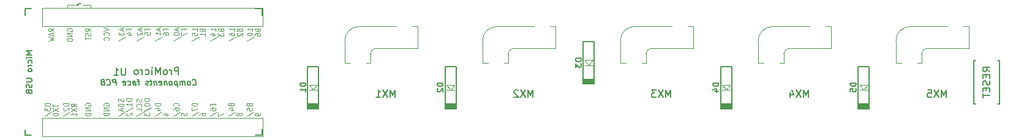
<source format=gbo>
%TF.GenerationSoftware,KiCad,Pcbnew,(5.99.0-12610-g07e01e6297)*%
%TF.CreationDate,2021-11-07T21:10:22+00:00*%
%TF.ProjectId,piccolo,70696363-6f6c-46f2-9e6b-696361645f70,rev?*%
%TF.SameCoordinates,Original*%
%TF.FileFunction,Legend,Bot*%
%TF.FilePolarity,Positive*%
%FSLAX46Y46*%
G04 Gerber Fmt 4.6, Leading zero omitted, Abs format (unit mm)*
G04 Created by KiCad (PCBNEW (5.99.0-12610-g07e01e6297)) date 2021-11-07 21:10:22*
%MOMM*%
%LPD*%
G01*
G04 APERTURE LIST*
%ADD10C,0.150000*%
%ADD11C,0.125000*%
%ADD12C,0.120000*%
G04 APERTURE END LIST*
D10*
%TO.C,D1*%
X85737904Y-50734123D02*
X84937904Y-50734123D01*
X84937904Y-50924600D01*
X84976000Y-51038885D01*
X85052190Y-51115076D01*
X85128380Y-51153171D01*
X85280761Y-51191266D01*
X85395047Y-51191266D01*
X85547428Y-51153171D01*
X85623619Y-51115076D01*
X85699809Y-51038885D01*
X85737904Y-50924600D01*
X85737904Y-50734123D01*
X85737904Y-51953171D02*
X85737904Y-51496028D01*
X85737904Y-51724600D02*
X84937904Y-51724600D01*
X85052190Y-51648409D01*
X85128380Y-51572219D01*
X85166476Y-51496028D01*
%TO.C,D2*%
X104737904Y-50734123D02*
X103937904Y-50734123D01*
X103937904Y-50924600D01*
X103976000Y-51038885D01*
X104052190Y-51115076D01*
X104128380Y-51153171D01*
X104280761Y-51191266D01*
X104395047Y-51191266D01*
X104547428Y-51153171D01*
X104623619Y-51115076D01*
X104699809Y-51038885D01*
X104737904Y-50924600D01*
X104737904Y-50734123D01*
X104014095Y-51496028D02*
X103976000Y-51534123D01*
X103937904Y-51610314D01*
X103937904Y-51800790D01*
X103976000Y-51876980D01*
X104014095Y-51915076D01*
X104090285Y-51953171D01*
X104166476Y-51953171D01*
X104280761Y-51915076D01*
X104737904Y-51457933D01*
X104737904Y-51953171D01*
%TO.C,D3*%
X123837904Y-47295123D02*
X123037904Y-47295123D01*
X123037904Y-47485600D01*
X123076000Y-47599885D01*
X123152190Y-47676076D01*
X123228380Y-47714171D01*
X123380761Y-47752266D01*
X123495047Y-47752266D01*
X123647428Y-47714171D01*
X123723619Y-47676076D01*
X123799809Y-47599885D01*
X123837904Y-47485600D01*
X123837904Y-47295123D01*
X123037904Y-48018933D02*
X123037904Y-48514171D01*
X123342666Y-48247504D01*
X123342666Y-48361790D01*
X123380761Y-48437980D01*
X123418857Y-48476076D01*
X123495047Y-48514171D01*
X123685523Y-48514171D01*
X123761714Y-48476076D01*
X123799809Y-48437980D01*
X123837904Y-48361790D01*
X123837904Y-48133219D01*
X123799809Y-48057028D01*
X123761714Y-48018933D01*
%TO.C,D4*%
X142837904Y-50734123D02*
X142037904Y-50734123D01*
X142037904Y-50924600D01*
X142076000Y-51038885D01*
X142152190Y-51115076D01*
X142228380Y-51153171D01*
X142380761Y-51191266D01*
X142495047Y-51191266D01*
X142647428Y-51153171D01*
X142723619Y-51115076D01*
X142799809Y-51038885D01*
X142837904Y-50924600D01*
X142837904Y-50734123D01*
X142304571Y-51876980D02*
X142837904Y-51876980D01*
X141999809Y-51686504D02*
X142571238Y-51496028D01*
X142571238Y-51991266D01*
%TO.C,D5*%
X161837904Y-50734123D02*
X161037904Y-50734123D01*
X161037904Y-50924600D01*
X161076000Y-51038885D01*
X161152190Y-51115076D01*
X161228380Y-51153171D01*
X161380761Y-51191266D01*
X161495047Y-51191266D01*
X161647428Y-51153171D01*
X161723619Y-51115076D01*
X161799809Y-51038885D01*
X161837904Y-50924600D01*
X161837904Y-50734123D01*
X161037904Y-51915076D02*
X161037904Y-51534123D01*
X161418857Y-51496028D01*
X161380761Y-51534123D01*
X161342666Y-51610314D01*
X161342666Y-51800790D01*
X161380761Y-51876980D01*
X161418857Y-51915076D01*
X161495047Y-51953171D01*
X161685523Y-51953171D01*
X161761714Y-51915076D01*
X161799809Y-51876980D01*
X161837904Y-51800790D01*
X161837904Y-51610314D01*
X161799809Y-51534123D01*
X161761714Y-51496028D01*
%TO.C,MX1*%
X98123214Y-52712880D02*
X98123214Y-51712880D01*
X97789880Y-52427166D01*
X97456547Y-51712880D01*
X97456547Y-52712880D01*
X97075595Y-51712880D02*
X96408928Y-52712880D01*
X96408928Y-51712880D02*
X97075595Y-52712880D01*
X95504166Y-52712880D02*
X96075595Y-52712880D01*
X95789880Y-52712880D02*
X95789880Y-51712880D01*
X95885119Y-51855738D01*
X95980357Y-51950976D01*
X96075595Y-51998595D01*
%TO.C,MX2*%
X117173214Y-52712880D02*
X117173214Y-51712880D01*
X116839880Y-52427166D01*
X116506547Y-51712880D01*
X116506547Y-52712880D01*
X116125595Y-51712880D02*
X115458928Y-52712880D01*
X115458928Y-51712880D02*
X116125595Y-52712880D01*
X115125595Y-51808119D02*
X115077976Y-51760500D01*
X114982738Y-51712880D01*
X114744642Y-51712880D01*
X114649404Y-51760500D01*
X114601785Y-51808119D01*
X114554166Y-51903357D01*
X114554166Y-51998595D01*
X114601785Y-52141452D01*
X115173214Y-52712880D01*
X114554166Y-52712880D01*
%TO.C,MX3*%
X136223214Y-52712880D02*
X136223214Y-51712880D01*
X135889880Y-52427166D01*
X135556547Y-51712880D01*
X135556547Y-52712880D01*
X135175595Y-51712880D02*
X134508928Y-52712880D01*
X134508928Y-51712880D02*
X135175595Y-52712880D01*
X134223214Y-51712880D02*
X133604166Y-51712880D01*
X133937500Y-52093833D01*
X133794642Y-52093833D01*
X133699404Y-52141452D01*
X133651785Y-52189071D01*
X133604166Y-52284309D01*
X133604166Y-52522404D01*
X133651785Y-52617642D01*
X133699404Y-52665261D01*
X133794642Y-52712880D01*
X134080357Y-52712880D01*
X134175595Y-52665261D01*
X134223214Y-52617642D01*
%TO.C,MX4*%
X155273214Y-52712880D02*
X155273214Y-51712880D01*
X154939880Y-52427166D01*
X154606547Y-51712880D01*
X154606547Y-52712880D01*
X154225595Y-51712880D02*
X153558928Y-52712880D01*
X153558928Y-51712880D02*
X154225595Y-52712880D01*
X152749404Y-52046214D02*
X152749404Y-52712880D01*
X152987500Y-51665261D02*
X153225595Y-52379547D01*
X152606547Y-52379547D01*
%TO.C,MX5*%
X174323214Y-52712880D02*
X174323214Y-51712880D01*
X173989880Y-52427166D01*
X173656547Y-51712880D01*
X173656547Y-52712880D01*
X173275595Y-51712880D02*
X172608928Y-52712880D01*
X172608928Y-51712880D02*
X173275595Y-52712880D01*
X171751785Y-51712880D02*
X172227976Y-51712880D01*
X172275595Y-52189071D01*
X172227976Y-52141452D01*
X172132738Y-52093833D01*
X171894642Y-52093833D01*
X171799404Y-52141452D01*
X171751785Y-52189071D01*
X171704166Y-52284309D01*
X171704166Y-52522404D01*
X171751785Y-52617642D01*
X171799404Y-52665261D01*
X171894642Y-52712880D01*
X172132738Y-52712880D01*
X172227976Y-52665261D01*
X172275595Y-52617642D01*
%TO.C,U1*%
X60849404Y-48664880D02*
X60849404Y-49474404D01*
X60801785Y-49569642D01*
X60754166Y-49617261D01*
X60658928Y-49664880D01*
X60468452Y-49664880D01*
X60373214Y-49617261D01*
X60325595Y-49569642D01*
X60277976Y-49474404D01*
X60277976Y-48664880D01*
X59277976Y-49664880D02*
X59849404Y-49664880D01*
X59563690Y-49664880D02*
X59563690Y-48664880D01*
X59658928Y-48807738D01*
X59754166Y-48902976D01*
X59849404Y-48950595D01*
X68161309Y-49564880D02*
X68161309Y-48564880D01*
X67780357Y-48564880D01*
X67685119Y-48612500D01*
X67637500Y-48660119D01*
X67589880Y-48755357D01*
X67589880Y-48898214D01*
X67637500Y-48993452D01*
X67685119Y-49041071D01*
X67780357Y-49088690D01*
X68161309Y-49088690D01*
X67161309Y-49564880D02*
X67161309Y-48898214D01*
X67161309Y-49088690D02*
X67113690Y-48993452D01*
X67066071Y-48945833D01*
X66970833Y-48898214D01*
X66875595Y-48898214D01*
X66399404Y-49564880D02*
X66494642Y-49517261D01*
X66542261Y-49469642D01*
X66589880Y-49374404D01*
X66589880Y-49088690D01*
X66542261Y-48993452D01*
X66494642Y-48945833D01*
X66399404Y-48898214D01*
X66256547Y-48898214D01*
X66161309Y-48945833D01*
X66113690Y-48993452D01*
X66066071Y-49088690D01*
X66066071Y-49374404D01*
X66113690Y-49469642D01*
X66161309Y-49517261D01*
X66256547Y-49564880D01*
X66399404Y-49564880D01*
X65637500Y-49564880D02*
X65637500Y-48564880D01*
X65304166Y-49279166D01*
X64970833Y-48564880D01*
X64970833Y-49564880D01*
X64494642Y-49564880D02*
X64494642Y-48898214D01*
X64494642Y-48564880D02*
X64542261Y-48612500D01*
X64494642Y-48660119D01*
X64447023Y-48612500D01*
X64494642Y-48564880D01*
X64494642Y-48660119D01*
X63589880Y-49517261D02*
X63685119Y-49564880D01*
X63875595Y-49564880D01*
X63970833Y-49517261D01*
X64018452Y-49469642D01*
X64066071Y-49374404D01*
X64066071Y-49088690D01*
X64018452Y-48993452D01*
X63970833Y-48945833D01*
X63875595Y-48898214D01*
X63685119Y-48898214D01*
X63589880Y-48945833D01*
X63161309Y-49564880D02*
X63161309Y-48898214D01*
X63161309Y-49088690D02*
X63113690Y-48993452D01*
X63066071Y-48945833D01*
X62970833Y-48898214D01*
X62875595Y-48898214D01*
X62399404Y-49564880D02*
X62494642Y-49517261D01*
X62542261Y-49469642D01*
X62589880Y-49374404D01*
X62589880Y-49088690D01*
X62542261Y-48993452D01*
X62494642Y-48945833D01*
X62399404Y-48898214D01*
X62256547Y-48898214D01*
X62161309Y-48945833D01*
X62113690Y-48993452D01*
X62066071Y-49088690D01*
X62066071Y-49374404D01*
X62113690Y-49469642D01*
X62161309Y-49517261D01*
X62256547Y-49564880D01*
X62399404Y-49564880D01*
D11*
X73326785Y-43529344D02*
X73326785Y-43146487D01*
X73326785Y-43337916D02*
X72576785Y-43337916D01*
X72683928Y-43274106D01*
X72755357Y-43210297D01*
X72791071Y-43146487D01*
X72826785Y-44103630D02*
X73326785Y-44103630D01*
X72541071Y-43944106D02*
X73076785Y-43784583D01*
X73076785Y-44199344D01*
X72541071Y-44933154D02*
X73505357Y-44358868D01*
X54072785Y-53981845D02*
X53715642Y-53758512D01*
X54072785Y-53598988D02*
X53322785Y-53598988D01*
X53322785Y-53854226D01*
X53358500Y-53918036D01*
X53394214Y-53949941D01*
X53465642Y-53981845D01*
X53572785Y-53981845D01*
X53644214Y-53949941D01*
X53679928Y-53918036D01*
X53715642Y-53854226D01*
X53715642Y-53598988D01*
X53322785Y-54205179D02*
X54072785Y-54651845D01*
X53322785Y-54651845D02*
X54072785Y-54205179D01*
X54072785Y-55258036D02*
X54072785Y-54875179D01*
X54072785Y-55066607D02*
X53322785Y-55066607D01*
X53429928Y-55002798D01*
X53501357Y-54938988D01*
X53537071Y-54875179D01*
X61321928Y-43401726D02*
X61321928Y-43178392D01*
X61714785Y-43178392D02*
X60964785Y-43178392D01*
X60964785Y-43497440D01*
X61214785Y-44039821D02*
X61714785Y-44039821D01*
X60929071Y-43880297D02*
X61464785Y-43720773D01*
X61464785Y-44135535D01*
X73642785Y-54843274D02*
X73642785Y-55289940D01*
X74392785Y-55002798D01*
X68562785Y-55226131D02*
X68562785Y-54907083D01*
X68919928Y-54875179D01*
X68884214Y-54907083D01*
X68848500Y-54970893D01*
X68848500Y-55130417D01*
X68884214Y-55194226D01*
X68919928Y-55226131D01*
X68991357Y-55258036D01*
X69169928Y-55258036D01*
X69241357Y-55226131D01*
X69277071Y-55194226D01*
X69312785Y-55130417D01*
X69312785Y-54970893D01*
X69277071Y-54907083D01*
X69241357Y-54875179D01*
X78406785Y-43529344D02*
X78406785Y-43146487D01*
X78406785Y-43337916D02*
X77656785Y-43337916D01*
X77763928Y-43274106D01*
X77835357Y-43210297D01*
X77871071Y-43146487D01*
X77656785Y-43944106D02*
X77656785Y-44007916D01*
X77692500Y-44071725D01*
X77728214Y-44103630D01*
X77799642Y-44135535D01*
X77942500Y-44167440D01*
X78121071Y-44167440D01*
X78263928Y-44135535D01*
X78335357Y-44103630D01*
X78371071Y-44071725D01*
X78406785Y-44007916D01*
X78406785Y-43944106D01*
X78371071Y-43880297D01*
X78335357Y-43848392D01*
X78263928Y-43816487D01*
X78121071Y-43784583D01*
X77942500Y-43784583D01*
X77799642Y-43816487D01*
X77728214Y-43848392D01*
X77692500Y-43880297D01*
X77656785Y-43944106D01*
X77621071Y-44933154D02*
X78585357Y-44358868D01*
X52774500Y-43529345D02*
X52738785Y-43465535D01*
X52738785Y-43369821D01*
X52774500Y-43274107D01*
X52845928Y-43210297D01*
X52917357Y-43178393D01*
X53060214Y-43146488D01*
X53167357Y-43146488D01*
X53310214Y-43178393D01*
X53381642Y-43210297D01*
X53453071Y-43274107D01*
X53488785Y-43369821D01*
X53488785Y-43433631D01*
X53453071Y-43529345D01*
X53417357Y-43561250D01*
X53167357Y-43561250D01*
X53167357Y-43433631D01*
X53488785Y-43848393D02*
X52738785Y-43848393D01*
X53488785Y-44231250D01*
X52738785Y-44231250D01*
X53488785Y-44550297D02*
X52738785Y-44550297D01*
X52738785Y-44709821D01*
X52774500Y-44805535D01*
X52845928Y-44869345D01*
X52917357Y-44901250D01*
X53060214Y-44933154D01*
X53167357Y-44933154D01*
X53310214Y-44901250D01*
X53381642Y-44869345D01*
X53453071Y-44805535D01*
X53488785Y-44709821D01*
X53488785Y-44550297D01*
X68032500Y-43146488D02*
X68032500Y-43465535D01*
X68246785Y-43082678D02*
X67496785Y-43306012D01*
X68246785Y-43529345D01*
X67496785Y-43880297D02*
X67496785Y-43944107D01*
X67532500Y-44007916D01*
X67568214Y-44039821D01*
X67639642Y-44071726D01*
X67782500Y-44103631D01*
X67961071Y-44103631D01*
X68103928Y-44071726D01*
X68175357Y-44039821D01*
X68211071Y-44007916D01*
X68246785Y-43944107D01*
X68246785Y-43880297D01*
X68211071Y-43816488D01*
X68175357Y-43784583D01*
X68103928Y-43752678D01*
X67961071Y-43720774D01*
X67782500Y-43720774D01*
X67639642Y-43752678D01*
X67568214Y-43784583D01*
X67532500Y-43816488D01*
X67496785Y-43880297D01*
X67461071Y-44869345D02*
X68425357Y-44295059D01*
X77991928Y-53758512D02*
X78027642Y-53854226D01*
X78063357Y-53886131D01*
X78134785Y-53918035D01*
X78241928Y-53918035D01*
X78313357Y-53886131D01*
X78349071Y-53854226D01*
X78384785Y-53790416D01*
X78384785Y-53535178D01*
X77634785Y-53535178D01*
X77634785Y-53758512D01*
X77670500Y-53822321D01*
X77706214Y-53854226D01*
X77777642Y-53886131D01*
X77849071Y-53886131D01*
X77920500Y-53854226D01*
X77956214Y-53822321D01*
X77991928Y-53758512D01*
X77991928Y-53535178D01*
X77634785Y-54524226D02*
X77634785Y-54205178D01*
X77991928Y-54173274D01*
X77956214Y-54205178D01*
X77920500Y-54268988D01*
X77920500Y-54428512D01*
X77956214Y-54492321D01*
X77991928Y-54524226D01*
X78063357Y-54556131D01*
X78241928Y-54556131D01*
X78313357Y-54524226D01*
X78349071Y-54492321D01*
X78384785Y-54428512D01*
X78384785Y-54268988D01*
X78349071Y-54205178D01*
X78313357Y-54173274D01*
X77599071Y-55321845D02*
X78563357Y-54747559D01*
X74021928Y-43401725D02*
X74057642Y-43497440D01*
X74093357Y-43529344D01*
X74164785Y-43561249D01*
X74271928Y-43561249D01*
X74343357Y-43529344D01*
X74379071Y-43497440D01*
X74414785Y-43433630D01*
X74414785Y-43178392D01*
X73664785Y-43178392D01*
X73664785Y-43401725D01*
X73700500Y-43465535D01*
X73736214Y-43497440D01*
X73807642Y-43529344D01*
X73879071Y-43529344D01*
X73950500Y-43497440D01*
X73986214Y-43465535D01*
X74021928Y-43401725D01*
X74021928Y-43178392D01*
X73664785Y-43784583D02*
X73664785Y-44199344D01*
X73950500Y-43976011D01*
X73950500Y-44071725D01*
X73986214Y-44135535D01*
X74021928Y-44167440D01*
X74093357Y-44199344D01*
X74271928Y-44199344D01*
X74343357Y-44167440D01*
X74379071Y-44135535D01*
X74414785Y-44071725D01*
X74414785Y-43880297D01*
X74379071Y-43816487D01*
X74343357Y-43784583D01*
X62952500Y-43146488D02*
X62952500Y-43465535D01*
X63166785Y-43082678D02*
X62416785Y-43306012D01*
X63166785Y-43529345D01*
X62488214Y-43720774D02*
X62452500Y-43752678D01*
X62416785Y-43816488D01*
X62416785Y-43976012D01*
X62452500Y-44039821D01*
X62488214Y-44071726D01*
X62559642Y-44103631D01*
X62631071Y-44103631D01*
X62738214Y-44071726D01*
X63166785Y-43688869D01*
X63166785Y-44103631D01*
X62381071Y-44869345D02*
X63345357Y-44295059D01*
X61702785Y-52897083D02*
X60952785Y-52897083D01*
X60952785Y-53056607D01*
X60988500Y-53152321D01*
X61059928Y-53216131D01*
X61131357Y-53248036D01*
X61274214Y-53279940D01*
X61381357Y-53279940D01*
X61524214Y-53248036D01*
X61595642Y-53216131D01*
X61667071Y-53152321D01*
X61702785Y-53056607D01*
X61702785Y-52897083D01*
X61702785Y-53918036D02*
X61702785Y-53535179D01*
X61702785Y-53726607D02*
X60952785Y-53726607D01*
X61059928Y-53662798D01*
X61131357Y-53598988D01*
X61167071Y-53535179D01*
X60917071Y-54683750D02*
X61881357Y-54109464D01*
X61024214Y-54875179D02*
X60988500Y-54907083D01*
X60952785Y-54970893D01*
X60952785Y-55130417D01*
X60988500Y-55194226D01*
X61024214Y-55226131D01*
X61095642Y-55258036D01*
X61167071Y-55258036D01*
X61274214Y-55226131D01*
X61702785Y-54843274D01*
X61702785Y-55258036D01*
X68153357Y-53918035D02*
X68189071Y-53886131D01*
X68224785Y-53790416D01*
X68224785Y-53726607D01*
X68189071Y-53630893D01*
X68117642Y-53567083D01*
X68046214Y-53535178D01*
X67903357Y-53503274D01*
X67796214Y-53503274D01*
X67653357Y-53535178D01*
X67581928Y-53567083D01*
X67510500Y-53630893D01*
X67474785Y-53726607D01*
X67474785Y-53790416D01*
X67510500Y-53886131D01*
X67546214Y-53918035D01*
X67474785Y-54492321D02*
X67474785Y-54364702D01*
X67510500Y-54300893D01*
X67546214Y-54268988D01*
X67653357Y-54205178D01*
X67796214Y-54173274D01*
X68081928Y-54173274D01*
X68153357Y-54205178D01*
X68189071Y-54237083D01*
X68224785Y-54300893D01*
X68224785Y-54428512D01*
X68189071Y-54492321D01*
X68153357Y-54524226D01*
X68081928Y-54556131D01*
X67903357Y-54556131D01*
X67831928Y-54524226D01*
X67796214Y-54492321D01*
X67760500Y-54428512D01*
X67760500Y-54300893D01*
X67796214Y-54237083D01*
X67831928Y-54205178D01*
X67903357Y-54173274D01*
X67439071Y-55321845D02*
X68403357Y-54747559D01*
X56028785Y-43561249D02*
X55671642Y-43337916D01*
X56028785Y-43178392D02*
X55278785Y-43178392D01*
X55278785Y-43433630D01*
X55314500Y-43497440D01*
X55350214Y-43529344D01*
X55421642Y-43561249D01*
X55528785Y-43561249D01*
X55600214Y-43529344D01*
X55635928Y-43497440D01*
X55671642Y-43433630D01*
X55671642Y-43178392D01*
X55993071Y-43816487D02*
X56028785Y-43912201D01*
X56028785Y-44071725D01*
X55993071Y-44135535D01*
X55957357Y-44167440D01*
X55885928Y-44199344D01*
X55814500Y-44199344D01*
X55743071Y-44167440D01*
X55707357Y-44135535D01*
X55671642Y-44071725D01*
X55635928Y-43944106D01*
X55600214Y-43880297D01*
X55564500Y-43848392D01*
X55493071Y-43816487D01*
X55421642Y-43816487D01*
X55350214Y-43848392D01*
X55314500Y-43880297D01*
X55278785Y-43944106D01*
X55278785Y-44103630D01*
X55314500Y-44199344D01*
X55278785Y-44390773D02*
X55278785Y-44773630D01*
X56028785Y-44582201D02*
X55278785Y-44582201D01*
X76504214Y-55002798D02*
X76468500Y-54938988D01*
X76432785Y-54907083D01*
X76361357Y-54875179D01*
X76325642Y-54875179D01*
X76254214Y-54907083D01*
X76218500Y-54938988D01*
X76182785Y-55002798D01*
X76182785Y-55130417D01*
X76218500Y-55194226D01*
X76254214Y-55226131D01*
X76325642Y-55258036D01*
X76361357Y-55258036D01*
X76432785Y-55226131D01*
X76468500Y-55194226D01*
X76504214Y-55130417D01*
X76504214Y-55002798D01*
X76539928Y-54938988D01*
X76575642Y-54907083D01*
X76647071Y-54875179D01*
X76789928Y-54875179D01*
X76861357Y-54907083D01*
X76897071Y-54938988D01*
X76932785Y-55002798D01*
X76932785Y-55130417D01*
X76897071Y-55194226D01*
X76861357Y-55226131D01*
X76789928Y-55258036D01*
X76647071Y-55258036D01*
X76575642Y-55226131D01*
X76539928Y-55194226D01*
X76504214Y-55130417D01*
X79101928Y-43401725D02*
X79137642Y-43497440D01*
X79173357Y-43529344D01*
X79244785Y-43561249D01*
X79351928Y-43561249D01*
X79423357Y-43529344D01*
X79459071Y-43497440D01*
X79494785Y-43433630D01*
X79494785Y-43178392D01*
X78744785Y-43178392D01*
X78744785Y-43401725D01*
X78780500Y-43465535D01*
X78816214Y-43497440D01*
X78887642Y-43529344D01*
X78959071Y-43529344D01*
X79030500Y-43497440D01*
X79066214Y-43465535D01*
X79101928Y-43401725D01*
X79101928Y-43178392D01*
X78744785Y-44135535D02*
X78744785Y-44007916D01*
X78780500Y-43944106D01*
X78816214Y-43912202D01*
X78923357Y-43848392D01*
X79066214Y-43816487D01*
X79351928Y-43816487D01*
X79423357Y-43848392D01*
X79459071Y-43880297D01*
X79494785Y-43944106D01*
X79494785Y-44071725D01*
X79459071Y-44135535D01*
X79423357Y-44167440D01*
X79351928Y-44199344D01*
X79173357Y-44199344D01*
X79101928Y-44167440D01*
X79066214Y-44135535D01*
X79030500Y-44071725D01*
X79030500Y-43944106D01*
X79066214Y-43880297D01*
X79101928Y-43848392D01*
X79173357Y-43816487D01*
X50784785Y-53662797D02*
X50784785Y-54045654D01*
X51534785Y-53854226D02*
X50784785Y-53854226D01*
X50784785Y-54205178D02*
X51534785Y-54651845D01*
X50784785Y-54651845D02*
X51534785Y-54205178D01*
X50784785Y-55034702D02*
X50784785Y-55098511D01*
X50820500Y-55162321D01*
X50856214Y-55194226D01*
X50927642Y-55226130D01*
X51070500Y-55258035D01*
X51249071Y-55258035D01*
X51391928Y-55226130D01*
X51463357Y-55194226D01*
X51499071Y-55162321D01*
X51534785Y-55098511D01*
X51534785Y-55034702D01*
X51499071Y-54970892D01*
X51463357Y-54938988D01*
X51391928Y-54907083D01*
X51249071Y-54875178D01*
X51070500Y-54875178D01*
X50927642Y-54907083D01*
X50856214Y-54938988D01*
X50820500Y-54970892D01*
X50784785Y-55034702D01*
X76589928Y-43401725D02*
X76625642Y-43497440D01*
X76661357Y-43529344D01*
X76732785Y-43561249D01*
X76839928Y-43561249D01*
X76911357Y-43529344D01*
X76947071Y-43497440D01*
X76982785Y-43433630D01*
X76982785Y-43178392D01*
X76232785Y-43178392D01*
X76232785Y-43401725D01*
X76268500Y-43465535D01*
X76304214Y-43497440D01*
X76375642Y-43529344D01*
X76447071Y-43529344D01*
X76518500Y-43497440D01*
X76554214Y-43465535D01*
X76589928Y-43401725D01*
X76589928Y-43178392D01*
X76304214Y-43816487D02*
X76268500Y-43848392D01*
X76232785Y-43912202D01*
X76232785Y-44071725D01*
X76268500Y-44135535D01*
X76304214Y-44167440D01*
X76375642Y-44199344D01*
X76447071Y-44199344D01*
X76554214Y-44167440D01*
X76982785Y-43784583D01*
X76982785Y-44199344D01*
X65684785Y-53535178D02*
X64934785Y-53535178D01*
X64934785Y-53694702D01*
X64970500Y-53790416D01*
X65041928Y-53854226D01*
X65113357Y-53886131D01*
X65256214Y-53918035D01*
X65363357Y-53918035D01*
X65506214Y-53886131D01*
X65577642Y-53854226D01*
X65649071Y-53790416D01*
X65684785Y-53694702D01*
X65684785Y-53535178D01*
X65184785Y-54492321D02*
X65684785Y-54492321D01*
X64899071Y-54332797D02*
X65434785Y-54173274D01*
X65434785Y-54588035D01*
X64899071Y-55321845D02*
X65863357Y-54747559D01*
X75451928Y-53758512D02*
X75487642Y-53854226D01*
X75523357Y-53886131D01*
X75594785Y-53918035D01*
X75701928Y-53918035D01*
X75773357Y-53886131D01*
X75809071Y-53854226D01*
X75844785Y-53790416D01*
X75844785Y-53535178D01*
X75094785Y-53535178D01*
X75094785Y-53758512D01*
X75130500Y-53822321D01*
X75166214Y-53854226D01*
X75237642Y-53886131D01*
X75309071Y-53886131D01*
X75380500Y-53854226D01*
X75416214Y-53822321D01*
X75451928Y-53758512D01*
X75451928Y-53535178D01*
X75344785Y-54492321D02*
X75844785Y-54492321D01*
X75059071Y-54332797D02*
X75594785Y-54173274D01*
X75594785Y-54588035D01*
X75059071Y-55321845D02*
X76023357Y-54747559D01*
X60412500Y-43146488D02*
X60412500Y-43465535D01*
X60626785Y-43082678D02*
X59876785Y-43306012D01*
X60626785Y-43529345D01*
X59876785Y-43688869D02*
X59876785Y-44103631D01*
X60162500Y-43880297D01*
X60162500Y-43976012D01*
X60198214Y-44039821D01*
X60233928Y-44071726D01*
X60305357Y-44103631D01*
X60483928Y-44103631D01*
X60555357Y-44071726D01*
X60591071Y-44039821D01*
X60626785Y-43976012D01*
X60626785Y-43784583D01*
X60591071Y-43720774D01*
X60555357Y-43688869D01*
X59841071Y-44869345D02*
X60805357Y-44295059D01*
X57818785Y-43082678D02*
X58568785Y-43306012D01*
X57818785Y-43529345D01*
X58497357Y-44135535D02*
X58533071Y-44103631D01*
X58568785Y-44007916D01*
X58568785Y-43944107D01*
X58533071Y-43848393D01*
X58461642Y-43784583D01*
X58390214Y-43752678D01*
X58247357Y-43720774D01*
X58140214Y-43720774D01*
X57997357Y-43752678D01*
X57925928Y-43784583D01*
X57854500Y-43848393D01*
X57818785Y-43944107D01*
X57818785Y-44007916D01*
X57854500Y-44103631D01*
X57890214Y-44135535D01*
X58497357Y-44805535D02*
X58533071Y-44773631D01*
X58568785Y-44677916D01*
X58568785Y-44614107D01*
X58533071Y-44518393D01*
X58461642Y-44454583D01*
X58390214Y-44422678D01*
X58247357Y-44390774D01*
X58140214Y-44390774D01*
X57997357Y-44422678D01*
X57925928Y-44454583D01*
X57854500Y-44518393D01*
X57818785Y-44614107D01*
X57818785Y-44677916D01*
X57854500Y-44773631D01*
X57890214Y-44805535D01*
X60549071Y-52928988D02*
X60584785Y-53024702D01*
X60584785Y-53184226D01*
X60549071Y-53248035D01*
X60513357Y-53279940D01*
X60441928Y-53311845D01*
X60370500Y-53311845D01*
X60299071Y-53279940D01*
X60263357Y-53248035D01*
X60227642Y-53184226D01*
X60191928Y-53056607D01*
X60156214Y-52992797D01*
X60120500Y-52960892D01*
X60049071Y-52928988D01*
X59977642Y-52928988D01*
X59906214Y-52960892D01*
X59870500Y-52992797D01*
X59834785Y-53056607D01*
X59834785Y-53216130D01*
X59870500Y-53311845D01*
X60584785Y-53598988D02*
X59834785Y-53598988D01*
X59834785Y-53758511D01*
X59870500Y-53854226D01*
X59941928Y-53918035D01*
X60013357Y-53949940D01*
X60156214Y-53981845D01*
X60263357Y-53981845D01*
X60406214Y-53949940D01*
X60477642Y-53918035D01*
X60549071Y-53854226D01*
X60584785Y-53758511D01*
X60584785Y-53598988D01*
X60370500Y-54237083D02*
X60370500Y-54556130D01*
X60584785Y-54173273D02*
X59834785Y-54396607D01*
X60584785Y-54619940D01*
X59799071Y-55321845D02*
X60763357Y-54747559D01*
X68941928Y-43401726D02*
X68941928Y-43178392D01*
X69334785Y-43178392D02*
X68584785Y-43178392D01*
X68584785Y-43497440D01*
X68584785Y-43688869D02*
X68584785Y-44135535D01*
X69334785Y-43848392D01*
D10*
X47899404Y-46298214D02*
X47099404Y-46298214D01*
X47670833Y-46564880D01*
X47099404Y-46831547D01*
X47899404Y-46831547D01*
X47899404Y-47212500D02*
X47366071Y-47212500D01*
X47099404Y-47212500D02*
X47137500Y-47174404D01*
X47175595Y-47212500D01*
X47137500Y-47250595D01*
X47099404Y-47212500D01*
X47175595Y-47212500D01*
X47861309Y-47936309D02*
X47899404Y-47860119D01*
X47899404Y-47707738D01*
X47861309Y-47631547D01*
X47823214Y-47593452D01*
X47747023Y-47555357D01*
X47518452Y-47555357D01*
X47442261Y-47593452D01*
X47404166Y-47631547D01*
X47366071Y-47707738D01*
X47366071Y-47860119D01*
X47404166Y-47936309D01*
X47899404Y-48279166D02*
X47366071Y-48279166D01*
X47518452Y-48279166D02*
X47442261Y-48317261D01*
X47404166Y-48355357D01*
X47366071Y-48431547D01*
X47366071Y-48507738D01*
X47899404Y-48888690D02*
X47861309Y-48812500D01*
X47823214Y-48774404D01*
X47747023Y-48736309D01*
X47518452Y-48736309D01*
X47442261Y-48774404D01*
X47404166Y-48812500D01*
X47366071Y-48888690D01*
X47366071Y-49002976D01*
X47404166Y-49079166D01*
X47442261Y-49117261D01*
X47518452Y-49155357D01*
X47747023Y-49155357D01*
X47823214Y-49117261D01*
X47861309Y-49079166D01*
X47899404Y-49002976D01*
X47899404Y-48888690D01*
X47099404Y-50107738D02*
X47747023Y-50107738D01*
X47823214Y-50145833D01*
X47861309Y-50183928D01*
X47899404Y-50260119D01*
X47899404Y-50412500D01*
X47861309Y-50488690D01*
X47823214Y-50526785D01*
X47747023Y-50564880D01*
X47099404Y-50564880D01*
X47861309Y-50907738D02*
X47899404Y-51022023D01*
X47899404Y-51212500D01*
X47861309Y-51288690D01*
X47823214Y-51326785D01*
X47747023Y-51364880D01*
X47670833Y-51364880D01*
X47594642Y-51326785D01*
X47556547Y-51288690D01*
X47518452Y-51212500D01*
X47480357Y-51060119D01*
X47442261Y-50983928D01*
X47404166Y-50945833D01*
X47327976Y-50907738D01*
X47251785Y-50907738D01*
X47175595Y-50945833D01*
X47137500Y-50983928D01*
X47099404Y-51060119D01*
X47099404Y-51250595D01*
X47137500Y-51364880D01*
X47480357Y-51974404D02*
X47518452Y-52088690D01*
X47556547Y-52126785D01*
X47632738Y-52164880D01*
X47747023Y-52164880D01*
X47823214Y-52126785D01*
X47861309Y-52088690D01*
X47899404Y-52012500D01*
X47899404Y-51707738D01*
X47099404Y-51707738D01*
X47099404Y-51974404D01*
X47137500Y-52050595D01*
X47175595Y-52088690D01*
X47251785Y-52126785D01*
X47327976Y-52126785D01*
X47404166Y-52088690D01*
X47442261Y-52050595D01*
X47480357Y-51974404D01*
X47480357Y-51707738D01*
D11*
X50434785Y-53535178D02*
X49684785Y-53535178D01*
X49684785Y-53694702D01*
X49720500Y-53790416D01*
X49791928Y-53854226D01*
X49863357Y-53886131D01*
X50006214Y-53918035D01*
X50113357Y-53918035D01*
X50256214Y-53886131D01*
X50327642Y-53854226D01*
X50399071Y-53790416D01*
X50434785Y-53694702D01*
X50434785Y-53535178D01*
X49684785Y-54141369D02*
X49684785Y-54556131D01*
X49970500Y-54332797D01*
X49970500Y-54428512D01*
X50006214Y-54492321D01*
X50041928Y-54524226D01*
X50113357Y-54556131D01*
X50291928Y-54556131D01*
X50363357Y-54524226D01*
X50399071Y-54492321D01*
X50434785Y-54428512D01*
X50434785Y-54237083D01*
X50399071Y-54173274D01*
X50363357Y-54141369D01*
X49649071Y-55321845D02*
X50613357Y-54747559D01*
X70794785Y-43529344D02*
X70794785Y-43146487D01*
X70794785Y-43337916D02*
X70044785Y-43337916D01*
X70151928Y-43274106D01*
X70223357Y-43210297D01*
X70259071Y-43146487D01*
X70044785Y-44135535D02*
X70044785Y-43816487D01*
X70401928Y-43784583D01*
X70366214Y-43816487D01*
X70330500Y-43880297D01*
X70330500Y-44039821D01*
X70366214Y-44103630D01*
X70401928Y-44135535D01*
X70473357Y-44167440D01*
X70651928Y-44167440D01*
X70723357Y-44135535D01*
X70759071Y-44103630D01*
X70794785Y-44039821D01*
X70794785Y-43880297D01*
X70759071Y-43816487D01*
X70723357Y-43784583D01*
X70009071Y-44933154D02*
X70973357Y-44358868D01*
X52984785Y-53535178D02*
X52234785Y-53535178D01*
X52234785Y-53694702D01*
X52270500Y-53790416D01*
X52341928Y-53854226D01*
X52413357Y-53886131D01*
X52556214Y-53918035D01*
X52663357Y-53918035D01*
X52806214Y-53886131D01*
X52877642Y-53854226D01*
X52949071Y-53790416D01*
X52984785Y-53694702D01*
X52984785Y-53535178D01*
X52306214Y-54173274D02*
X52270500Y-54205178D01*
X52234785Y-54268988D01*
X52234785Y-54428512D01*
X52270500Y-54492321D01*
X52306214Y-54524226D01*
X52377642Y-54556131D01*
X52449071Y-54556131D01*
X52556214Y-54524226D01*
X52984785Y-54141369D01*
X52984785Y-54556131D01*
X52199071Y-55321845D02*
X53163357Y-54747559D01*
X72911928Y-53598988D02*
X72911928Y-53822322D01*
X73304785Y-53918036D02*
X73304785Y-53598988D01*
X72554785Y-53598988D01*
X72554785Y-53918036D01*
X72554785Y-54492322D02*
X72554785Y-54364703D01*
X72590500Y-54300893D01*
X72626214Y-54268988D01*
X72733357Y-54205179D01*
X72876214Y-54173274D01*
X73161928Y-54173274D01*
X73233357Y-54205179D01*
X73269071Y-54237084D01*
X73304785Y-54300893D01*
X73304785Y-54428512D01*
X73269071Y-54492322D01*
X73233357Y-54524226D01*
X73161928Y-54556131D01*
X72983357Y-54556131D01*
X72911928Y-54524226D01*
X72876214Y-54492322D01*
X72840500Y-54428512D01*
X72840500Y-54300893D01*
X72876214Y-54237084D01*
X72911928Y-54205179D01*
X72983357Y-54173274D01*
X72519071Y-55321845D02*
X73483357Y-54747560D01*
X71102785Y-55194226D02*
X71102785Y-55066607D01*
X71138500Y-55002798D01*
X71174214Y-54970893D01*
X71281357Y-54907083D01*
X71424214Y-54875179D01*
X71709928Y-54875179D01*
X71781357Y-54907083D01*
X71817071Y-54938988D01*
X71852785Y-55002798D01*
X71852785Y-55130417D01*
X71817071Y-55194226D01*
X71781357Y-55226131D01*
X71709928Y-55258036D01*
X71531357Y-55258036D01*
X71459928Y-55226131D01*
X71424214Y-55194226D01*
X71388500Y-55130417D01*
X71388500Y-55002798D01*
X71424214Y-54938988D01*
X71459928Y-54907083D01*
X71531357Y-54875179D01*
X75894785Y-43529344D02*
X75894785Y-43146487D01*
X75894785Y-43337916D02*
X75144785Y-43337916D01*
X75251928Y-43274106D01*
X75323357Y-43210297D01*
X75359071Y-43146487D01*
X75144785Y-44103630D02*
X75144785Y-43976011D01*
X75180500Y-43912202D01*
X75216214Y-43880297D01*
X75323357Y-43816487D01*
X75466214Y-43784583D01*
X75751928Y-43784583D01*
X75823357Y-43816487D01*
X75859071Y-43848392D01*
X75894785Y-43912202D01*
X75894785Y-44039821D01*
X75859071Y-44103630D01*
X75823357Y-44135535D01*
X75751928Y-44167440D01*
X75573357Y-44167440D01*
X75501928Y-44135535D01*
X75466214Y-44103630D01*
X75430500Y-44039821D01*
X75430500Y-43912202D01*
X75466214Y-43848392D01*
X75501928Y-43816487D01*
X75573357Y-43784583D01*
X75109071Y-44933154D02*
X76073357Y-44358868D01*
X79472785Y-54938988D02*
X79472785Y-55066607D01*
X79437071Y-55130417D01*
X79401357Y-55162321D01*
X79294214Y-55226131D01*
X79151357Y-55258036D01*
X78865642Y-55258036D01*
X78794214Y-55226131D01*
X78758500Y-55194226D01*
X78722785Y-55130417D01*
X78722785Y-55002798D01*
X78758500Y-54938988D01*
X78794214Y-54907083D01*
X78865642Y-54875179D01*
X79044214Y-54875179D01*
X79115642Y-54907083D01*
X79151357Y-54938988D01*
X79187071Y-55002798D01*
X79187071Y-55130417D01*
X79151357Y-55194226D01*
X79115642Y-55226131D01*
X79044214Y-55258036D01*
X71489928Y-43401725D02*
X71525642Y-43497440D01*
X71561357Y-43529344D01*
X71632785Y-43561249D01*
X71739928Y-43561249D01*
X71811357Y-43529344D01*
X71847071Y-43497440D01*
X71882785Y-43433630D01*
X71882785Y-43178392D01*
X71132785Y-43178392D01*
X71132785Y-43401725D01*
X71168500Y-43465535D01*
X71204214Y-43497440D01*
X71275642Y-43529344D01*
X71347071Y-43529344D01*
X71418500Y-43497440D01*
X71454214Y-43465535D01*
X71489928Y-43401725D01*
X71489928Y-43178392D01*
X71882785Y-44199344D02*
X71882785Y-43816487D01*
X71882785Y-44007916D02*
X71132785Y-44007916D01*
X71239928Y-43944106D01*
X71311357Y-43880297D01*
X71347071Y-43816487D01*
D10*
X54701404Y-39739619D02*
X54168071Y-39806285D01*
X54320452Y-39787238D02*
X54244261Y-39834857D01*
X54206166Y-39877714D01*
X54168071Y-39958666D01*
X54168071Y-40034857D01*
X70142404Y-50935714D02*
X70185261Y-50973809D01*
X70304309Y-51011904D01*
X70380500Y-51011904D01*
X70490023Y-50973809D01*
X70556690Y-50897619D01*
X70585261Y-50821428D01*
X70604309Y-50669047D01*
X70590023Y-50554761D01*
X70532880Y-50402380D01*
X70485261Y-50326190D01*
X70399547Y-50250000D01*
X70280500Y-50211904D01*
X70204309Y-50211904D01*
X70094785Y-50250000D01*
X70061452Y-50288095D01*
X69694785Y-51011904D02*
X69766214Y-50973809D01*
X69799547Y-50935714D01*
X69828119Y-50859523D01*
X69799547Y-50630952D01*
X69751928Y-50554761D01*
X69709071Y-50516666D01*
X69628119Y-50478571D01*
X69513833Y-50478571D01*
X69442404Y-50516666D01*
X69409071Y-50554761D01*
X69380500Y-50630952D01*
X69409071Y-50859523D01*
X69456690Y-50935714D01*
X69499547Y-50973809D01*
X69580500Y-51011904D01*
X69694785Y-51011904D01*
X69085261Y-51011904D02*
X69018595Y-50478571D01*
X69028119Y-50554761D02*
X68985261Y-50516666D01*
X68904309Y-50478571D01*
X68790023Y-50478571D01*
X68718595Y-50516666D01*
X68690023Y-50592857D01*
X68742404Y-51011904D01*
X68690023Y-50592857D02*
X68642404Y-50516666D01*
X68561452Y-50478571D01*
X68447166Y-50478571D01*
X68375738Y-50516666D01*
X68347166Y-50592857D01*
X68399547Y-51011904D01*
X67951928Y-50478571D02*
X68051928Y-51278571D01*
X67956690Y-50516666D02*
X67875738Y-50478571D01*
X67723357Y-50478571D01*
X67651928Y-50516666D01*
X67618595Y-50554761D01*
X67590023Y-50630952D01*
X67618595Y-50859523D01*
X67666214Y-50935714D01*
X67709071Y-50973809D01*
X67790023Y-51011904D01*
X67942404Y-51011904D01*
X68013833Y-50973809D01*
X67180500Y-51011904D02*
X67251928Y-50973809D01*
X67285261Y-50935714D01*
X67313833Y-50859523D01*
X67285261Y-50630952D01*
X67237642Y-50554761D01*
X67194785Y-50516666D01*
X67113833Y-50478571D01*
X66999547Y-50478571D01*
X66928119Y-50516666D01*
X66894785Y-50554761D01*
X66866214Y-50630952D01*
X66894785Y-50859523D01*
X66942404Y-50935714D01*
X66985261Y-50973809D01*
X67066214Y-51011904D01*
X67180500Y-51011904D01*
X66504309Y-50478571D02*
X66570976Y-51011904D01*
X66513833Y-50554761D02*
X66470976Y-50516666D01*
X66390023Y-50478571D01*
X66275738Y-50478571D01*
X66204309Y-50516666D01*
X66175738Y-50592857D01*
X66228119Y-51011904D01*
X65537642Y-50973809D02*
X65618595Y-51011904D01*
X65770976Y-51011904D01*
X65842404Y-50973809D01*
X65870976Y-50897619D01*
X65832880Y-50592857D01*
X65785261Y-50516666D01*
X65704309Y-50478571D01*
X65551928Y-50478571D01*
X65480500Y-50516666D01*
X65451928Y-50592857D01*
X65461452Y-50669047D01*
X65851928Y-50745238D01*
X65094785Y-50478571D02*
X65161452Y-51011904D01*
X65104309Y-50554761D02*
X65061452Y-50516666D01*
X64980500Y-50478571D01*
X64866214Y-50478571D01*
X64794785Y-50516666D01*
X64766214Y-50592857D01*
X64818595Y-51011904D01*
X64485261Y-50478571D02*
X64180500Y-50478571D01*
X64337642Y-50211904D02*
X64423357Y-50897619D01*
X64394785Y-50973809D01*
X64323357Y-51011904D01*
X64247166Y-51011904D01*
X64013833Y-50973809D02*
X63942404Y-51011904D01*
X63790023Y-51011904D01*
X63709071Y-50973809D01*
X63661452Y-50897619D01*
X63656690Y-50859523D01*
X63685261Y-50783333D01*
X63756690Y-50745238D01*
X63870976Y-50745238D01*
X63942404Y-50707142D01*
X63970976Y-50630952D01*
X63966214Y-50592857D01*
X63918595Y-50516666D01*
X63837642Y-50478571D01*
X63723357Y-50478571D01*
X63651928Y-50516666D01*
X62770976Y-50478571D02*
X62466214Y-50478571D01*
X62723357Y-51011904D02*
X62637642Y-50326190D01*
X62590023Y-50250000D01*
X62509071Y-50211904D01*
X62432880Y-50211904D01*
X61923357Y-51011904D02*
X61870976Y-50592857D01*
X61899547Y-50516666D01*
X61970976Y-50478571D01*
X62123357Y-50478571D01*
X62204309Y-50516666D01*
X61918595Y-50973809D02*
X61999547Y-51011904D01*
X62190023Y-51011904D01*
X62261452Y-50973809D01*
X62290023Y-50897619D01*
X62280500Y-50821428D01*
X62232880Y-50745238D01*
X62151928Y-50707142D01*
X61961452Y-50707142D01*
X61880500Y-50669047D01*
X61194785Y-50973809D02*
X61275738Y-51011904D01*
X61428119Y-51011904D01*
X61499547Y-50973809D01*
X61532880Y-50935714D01*
X61561452Y-50859523D01*
X61532880Y-50630952D01*
X61485261Y-50554761D01*
X61442404Y-50516666D01*
X61361452Y-50478571D01*
X61209071Y-50478571D01*
X61137642Y-50516666D01*
X60547166Y-50973809D02*
X60628119Y-51011904D01*
X60780500Y-51011904D01*
X60851928Y-50973809D01*
X60880500Y-50897619D01*
X60842404Y-50592857D01*
X60794785Y-50516666D01*
X60713833Y-50478571D01*
X60561452Y-50478571D01*
X60490023Y-50516666D01*
X60461452Y-50592857D01*
X60470976Y-50669047D01*
X60861452Y-50745238D01*
X59561452Y-51011904D02*
X59461452Y-50211904D01*
X59156690Y-50211904D01*
X59085261Y-50250000D01*
X59051928Y-50288095D01*
X59023357Y-50364285D01*
X59037642Y-50478571D01*
X59085261Y-50554761D01*
X59128119Y-50592857D01*
X59209071Y-50630952D01*
X59513833Y-50630952D01*
X58294785Y-50935714D02*
X58337642Y-50973809D01*
X58456690Y-51011904D01*
X58532880Y-51011904D01*
X58642404Y-50973809D01*
X58709071Y-50897619D01*
X58737642Y-50821428D01*
X58756690Y-50669047D01*
X58742404Y-50554761D01*
X58685261Y-50402380D01*
X58637642Y-50326190D01*
X58551928Y-50250000D01*
X58432880Y-50211904D01*
X58356690Y-50211904D01*
X58247166Y-50250000D01*
X58213833Y-50288095D01*
X57642404Y-50592857D02*
X57532880Y-50630952D01*
X57499547Y-50669047D01*
X57470976Y-50745238D01*
X57485261Y-50859523D01*
X57532880Y-50935714D01*
X57575738Y-50973809D01*
X57656690Y-51011904D01*
X57961452Y-51011904D01*
X57861452Y-50211904D01*
X57594785Y-50211904D01*
X57523357Y-50250000D01*
X57490023Y-50288095D01*
X57461452Y-50364285D01*
X57470976Y-50440476D01*
X57518595Y-50516666D01*
X57561452Y-50554761D01*
X57642404Y-50592857D01*
X57909071Y-50592857D01*
D11*
X66401928Y-43401726D02*
X66401928Y-43178392D01*
X66794785Y-43178392D02*
X66044785Y-43178392D01*
X66044785Y-43497440D01*
X66044785Y-44039821D02*
X66044785Y-43912202D01*
X66080500Y-43848392D01*
X66116214Y-43816488D01*
X66223357Y-43752678D01*
X66366214Y-43720773D01*
X66651928Y-43720773D01*
X66723357Y-43752678D01*
X66759071Y-43784583D01*
X66794785Y-43848392D01*
X66794785Y-43976011D01*
X66759071Y-44039821D01*
X66723357Y-44071726D01*
X66651928Y-44103630D01*
X66473357Y-44103630D01*
X66401928Y-44071726D01*
X66366214Y-44039821D01*
X66330500Y-43976011D01*
X66330500Y-43848392D01*
X66366214Y-43784583D01*
X66401928Y-43752678D01*
X66473357Y-43720773D01*
X57862500Y-53854226D02*
X57826785Y-53790416D01*
X57826785Y-53694702D01*
X57862500Y-53598988D01*
X57933928Y-53535178D01*
X58005357Y-53503273D01*
X58148214Y-53471369D01*
X58255357Y-53471369D01*
X58398214Y-53503273D01*
X58469642Y-53535178D01*
X58541071Y-53598988D01*
X58576785Y-53694702D01*
X58576785Y-53758511D01*
X58541071Y-53854226D01*
X58505357Y-53886130D01*
X58255357Y-53886130D01*
X58255357Y-53758511D01*
X58576785Y-54173273D02*
X57826785Y-54173273D01*
X58576785Y-54556130D01*
X57826785Y-54556130D01*
X58576785Y-54875178D02*
X57826785Y-54875178D01*
X57826785Y-55034702D01*
X57862500Y-55130416D01*
X57933928Y-55194226D01*
X58005357Y-55226130D01*
X58148214Y-55258035D01*
X58255357Y-55258035D01*
X58398214Y-55226130D01*
X58469642Y-55194226D01*
X58541071Y-55130416D01*
X58576785Y-55034702D01*
X58576785Y-54875178D01*
X63049071Y-52960893D02*
X63084785Y-53056607D01*
X63084785Y-53216131D01*
X63049071Y-53279940D01*
X63013357Y-53311845D01*
X62941928Y-53343750D01*
X62870500Y-53343750D01*
X62799071Y-53311845D01*
X62763357Y-53279940D01*
X62727642Y-53216131D01*
X62691928Y-53088512D01*
X62656214Y-53024702D01*
X62620500Y-52992797D01*
X62549071Y-52960893D01*
X62477642Y-52960893D01*
X62406214Y-52992797D01*
X62370500Y-53024702D01*
X62334785Y-53088512D01*
X62334785Y-53248035D01*
X62370500Y-53343750D01*
X63013357Y-54013750D02*
X63049071Y-53981845D01*
X63084785Y-53886131D01*
X63084785Y-53822321D01*
X63049071Y-53726607D01*
X62977642Y-53662797D01*
X62906214Y-53630893D01*
X62763357Y-53598988D01*
X62656214Y-53598988D01*
X62513357Y-53630893D01*
X62441928Y-53662797D01*
X62370500Y-53726607D01*
X62334785Y-53822321D01*
X62334785Y-53886131D01*
X62370500Y-53981845D01*
X62406214Y-54013750D01*
X63084785Y-54619940D02*
X63084785Y-54300893D01*
X62334785Y-54300893D01*
X62299071Y-55321845D02*
X63263357Y-54747559D01*
X64184785Y-52897083D02*
X63434785Y-52897083D01*
X63434785Y-53056607D01*
X63470500Y-53152321D01*
X63541928Y-53216131D01*
X63613357Y-53248036D01*
X63756214Y-53279940D01*
X63863357Y-53279940D01*
X64006214Y-53248036D01*
X64077642Y-53216131D01*
X64149071Y-53152321D01*
X64184785Y-53056607D01*
X64184785Y-52897083D01*
X63434785Y-53694702D02*
X63434785Y-53758512D01*
X63470500Y-53822321D01*
X63506214Y-53854226D01*
X63577642Y-53886131D01*
X63720500Y-53918036D01*
X63899071Y-53918036D01*
X64041928Y-53886131D01*
X64113357Y-53854226D01*
X64149071Y-53822321D01*
X64184785Y-53758512D01*
X64184785Y-53694702D01*
X64149071Y-53630893D01*
X64113357Y-53598988D01*
X64041928Y-53567083D01*
X63899071Y-53535179D01*
X63720500Y-53535179D01*
X63577642Y-53567083D01*
X63506214Y-53598988D01*
X63470500Y-53630893D01*
X63434785Y-53694702D01*
X63399071Y-54683750D02*
X64363357Y-54109464D01*
X63434785Y-54843274D02*
X63434785Y-55258036D01*
X63720500Y-55034702D01*
X63720500Y-55130417D01*
X63756214Y-55194226D01*
X63791928Y-55226131D01*
X63863357Y-55258036D01*
X64041928Y-55258036D01*
X64113357Y-55226131D01*
X64149071Y-55194226D01*
X64184785Y-55130417D01*
X64184785Y-54938988D01*
X64149071Y-54875179D01*
X64113357Y-54843274D01*
X50948785Y-43561249D02*
X50591642Y-43337916D01*
X50948785Y-43178392D02*
X50198785Y-43178392D01*
X50198785Y-43433630D01*
X50234500Y-43497440D01*
X50270214Y-43529345D01*
X50341642Y-43561249D01*
X50448785Y-43561249D01*
X50520214Y-43529345D01*
X50555928Y-43497440D01*
X50591642Y-43433630D01*
X50591642Y-43178392D01*
X50734500Y-43816488D02*
X50734500Y-44135535D01*
X50948785Y-43752678D02*
X50198785Y-43976011D01*
X50948785Y-44199345D01*
X50198785Y-44358869D02*
X50948785Y-44518392D01*
X50413071Y-44646011D01*
X50948785Y-44773630D01*
X50198785Y-44933154D01*
X65492500Y-43146488D02*
X65492500Y-43465535D01*
X65706785Y-43082678D02*
X64956785Y-43306012D01*
X65706785Y-43529345D01*
X65706785Y-44103631D02*
X65706785Y-43720774D01*
X65706785Y-43912202D02*
X64956785Y-43912202D01*
X65063928Y-43848393D01*
X65135357Y-43784583D01*
X65171071Y-43720774D01*
X64921071Y-44869345D02*
X65885357Y-44295059D01*
X66272785Y-55194226D02*
X66772785Y-55194226D01*
X65987071Y-55034702D02*
X66522785Y-54875179D01*
X66522785Y-55289940D01*
X63861928Y-43401726D02*
X63861928Y-43178392D01*
X64254785Y-43178392D02*
X63504785Y-43178392D01*
X63504785Y-43497440D01*
X63504785Y-44071726D02*
X63504785Y-43752678D01*
X63861928Y-43720773D01*
X63826214Y-43752678D01*
X63790500Y-43816488D01*
X63790500Y-43976011D01*
X63826214Y-44039821D01*
X63861928Y-44071726D01*
X63933357Y-44103630D01*
X64111928Y-44103630D01*
X64183357Y-44071726D01*
X64219071Y-44039821D01*
X64254785Y-43976011D01*
X64254785Y-43816488D01*
X64219071Y-43752678D01*
X64183357Y-43720773D01*
X55322500Y-53854226D02*
X55286785Y-53790416D01*
X55286785Y-53694702D01*
X55322500Y-53598988D01*
X55393928Y-53535178D01*
X55465357Y-53503273D01*
X55608214Y-53471369D01*
X55715357Y-53471369D01*
X55858214Y-53503273D01*
X55929642Y-53535178D01*
X56001071Y-53598988D01*
X56036785Y-53694702D01*
X56036785Y-53758511D01*
X56001071Y-53854226D01*
X55965357Y-53886130D01*
X55715357Y-53886130D01*
X55715357Y-53758511D01*
X56036785Y-54173273D02*
X55286785Y-54173273D01*
X56036785Y-54556130D01*
X55286785Y-54556130D01*
X56036785Y-54875178D02*
X55286785Y-54875178D01*
X55286785Y-55034702D01*
X55322500Y-55130416D01*
X55393928Y-55194226D01*
X55465357Y-55226130D01*
X55608214Y-55258035D01*
X55715357Y-55258035D01*
X55858214Y-55226130D01*
X55929642Y-55194226D01*
X56001071Y-55130416D01*
X56036785Y-55034702D01*
X56036785Y-54875178D01*
X70764785Y-53535178D02*
X70014785Y-53535178D01*
X70014785Y-53694702D01*
X70050500Y-53790416D01*
X70121928Y-53854226D01*
X70193357Y-53886131D01*
X70336214Y-53918035D01*
X70443357Y-53918035D01*
X70586214Y-53886131D01*
X70657642Y-53854226D01*
X70729071Y-53790416D01*
X70764785Y-53694702D01*
X70764785Y-53535178D01*
X70014785Y-54141369D02*
X70014785Y-54588035D01*
X70764785Y-54300893D01*
X69979071Y-55321845D02*
X70943357Y-54747559D01*
D10*
%TO.C,RESET1*%
X180352380Y-49147619D02*
X179876190Y-48814285D01*
X180352380Y-48576190D02*
X179352380Y-48576190D01*
X179352380Y-48957142D01*
X179400000Y-49052380D01*
X179447619Y-49100000D01*
X179542857Y-49147619D01*
X179685714Y-49147619D01*
X179780952Y-49100000D01*
X179828571Y-49052380D01*
X179876190Y-48957142D01*
X179876190Y-48576190D01*
X179828571Y-49576190D02*
X179828571Y-49909523D01*
X180352380Y-50052380D02*
X180352380Y-49576190D01*
X179352380Y-49576190D01*
X179352380Y-50052380D01*
X180304761Y-50433333D02*
X180352380Y-50576190D01*
X180352380Y-50814285D01*
X180304761Y-50909523D01*
X180257142Y-50957142D01*
X180161904Y-51004761D01*
X180066666Y-51004761D01*
X179971428Y-50957142D01*
X179923809Y-50909523D01*
X179876190Y-50814285D01*
X179828571Y-50623809D01*
X179780952Y-50528571D01*
X179733333Y-50480952D01*
X179638095Y-50433333D01*
X179542857Y-50433333D01*
X179447619Y-50480952D01*
X179400000Y-50528571D01*
X179352380Y-50623809D01*
X179352380Y-50861904D01*
X179400000Y-51004761D01*
X179828571Y-51433333D02*
X179828571Y-51766666D01*
X180352380Y-51909523D02*
X180352380Y-51433333D01*
X179352380Y-51433333D01*
X179352380Y-51909523D01*
X179352380Y-52195238D02*
X179352380Y-52766666D01*
X180352380Y-52480952D02*
X179352380Y-52480952D01*
D12*
%TO.C,D1*%
X86226000Y-51700000D02*
X87326000Y-51700000D01*
D10*
X87538000Y-48450000D02*
X86014000Y-48450000D01*
D12*
X86226000Y-51000000D02*
X87326000Y-51000000D01*
D10*
X87538000Y-53890000D02*
X87538000Y-48450000D01*
D12*
X86776000Y-51700000D02*
X86226000Y-51000000D01*
X87326000Y-51000000D02*
X86776000Y-51700000D01*
D10*
X86014000Y-48450000D02*
X86014000Y-53890000D01*
X87538000Y-53659000D02*
X86014000Y-53659000D01*
X86014000Y-53659000D02*
X86014000Y-54271000D01*
X86014000Y-54271000D02*
X87538000Y-54271000D01*
X87538000Y-54271000D02*
X87538000Y-53659000D01*
G36*
X87538000Y-53659000D02*
G01*
X86014000Y-53659000D01*
X86014000Y-54271000D01*
X87538000Y-54271000D01*
X87538000Y-53659000D01*
G37*
%TO.C,D2*%
X105014000Y-48450000D02*
X105014000Y-53890000D01*
D12*
X106326000Y-51000000D02*
X105776000Y-51700000D01*
D10*
X106538000Y-53890000D02*
X106538000Y-48450000D01*
D12*
X105226000Y-51000000D02*
X106326000Y-51000000D01*
X105226000Y-51700000D02*
X106326000Y-51700000D01*
X105776000Y-51700000D02*
X105226000Y-51000000D01*
D10*
X106538000Y-48450000D02*
X105014000Y-48450000D01*
X106538000Y-53659000D02*
X105014000Y-53659000D01*
X105014000Y-53659000D02*
X105014000Y-54271000D01*
X105014000Y-54271000D02*
X106538000Y-54271000D01*
X106538000Y-54271000D02*
X106538000Y-53659000D01*
G36*
X106538000Y-53659000D02*
G01*
X105014000Y-53659000D01*
X105014000Y-54271000D01*
X106538000Y-54271000D01*
X106538000Y-53659000D01*
G37*
D12*
%TO.C,D3*%
X124326000Y-47561000D02*
X125426000Y-47561000D01*
X124876000Y-48261000D02*
X124326000Y-47561000D01*
X124326000Y-48261000D02*
X125426000Y-48261000D01*
X125426000Y-47561000D02*
X124876000Y-48261000D01*
D10*
X125638000Y-50451000D02*
X125638000Y-45011000D01*
X124114000Y-45011000D02*
X124114000Y-50451000D01*
X125638000Y-45011000D02*
X124114000Y-45011000D01*
X125638000Y-50220000D02*
X124114000Y-50220000D01*
X124114000Y-50220000D02*
X124114000Y-50832000D01*
X124114000Y-50832000D02*
X125638000Y-50832000D01*
X125638000Y-50832000D02*
X125638000Y-50220000D01*
G36*
X125638000Y-50220000D02*
G01*
X124114000Y-50220000D01*
X124114000Y-50832000D01*
X125638000Y-50832000D01*
X125638000Y-50220000D01*
G37*
D12*
%TO.C,D4*%
X143876000Y-51700000D02*
X143326000Y-51000000D01*
X143326000Y-51700000D02*
X144426000Y-51700000D01*
D10*
X144638000Y-53890000D02*
X144638000Y-48450000D01*
X143114000Y-48450000D02*
X143114000Y-53890000D01*
D12*
X143326000Y-51000000D02*
X144426000Y-51000000D01*
X144426000Y-51000000D02*
X143876000Y-51700000D01*
D10*
X144638000Y-48450000D02*
X143114000Y-48450000D01*
X144638000Y-53659000D02*
X143114000Y-53659000D01*
X143114000Y-53659000D02*
X143114000Y-54271000D01*
X143114000Y-54271000D02*
X144638000Y-54271000D01*
X144638000Y-54271000D02*
X144638000Y-53659000D01*
G36*
X144638000Y-53659000D02*
G01*
X143114000Y-53659000D01*
X143114000Y-54271000D01*
X144638000Y-54271000D01*
X144638000Y-53659000D01*
G37*
D12*
%TO.C,D5*%
X162326000Y-51000000D02*
X163426000Y-51000000D01*
X162326000Y-51700000D02*
X163426000Y-51700000D01*
X163426000Y-51000000D02*
X162876000Y-51700000D01*
X162876000Y-51700000D02*
X162326000Y-51000000D01*
D10*
X163638000Y-53890000D02*
X163638000Y-48450000D01*
X162114000Y-48450000D02*
X162114000Y-53890000D01*
X163638000Y-48450000D02*
X162114000Y-48450000D01*
X163638000Y-53659000D02*
X162114000Y-53659000D01*
X162114000Y-53659000D02*
X162114000Y-54271000D01*
X162114000Y-54271000D02*
X163638000Y-54271000D01*
X163638000Y-54271000D02*
X163638000Y-53659000D01*
G36*
X163638000Y-53659000D02*
G01*
X162114000Y-53659000D01*
X162114000Y-54271000D01*
X163638000Y-54271000D01*
X163638000Y-53659000D01*
G37*
D12*
%TO.C,MX1*%
X101267500Y-45922500D02*
X95487500Y-45912500D01*
X94687500Y-47982500D02*
X94137500Y-47982500D01*
X93137500Y-42902500D02*
X98287500Y-42902500D01*
X101267500Y-42902500D02*
X101267500Y-45922500D01*
X91137500Y-47982500D02*
X91137500Y-44902500D01*
X91137500Y-47982500D02*
X91937500Y-47982500D01*
X94687500Y-47982500D02*
X94687500Y-46712500D01*
X101267500Y-42902500D02*
X100487500Y-42902500D01*
X91137500Y-44902500D02*
G75*
G02*
X93137500Y-42902500I2000000J0D01*
G01*
X94687500Y-46712500D02*
G75*
G02*
X95487500Y-45912500I800000J0D01*
G01*
%TO.C,MX2*%
X113737500Y-47982500D02*
X113187500Y-47982500D01*
X110187500Y-47982500D02*
X110187500Y-44902500D01*
X110187500Y-47982500D02*
X110987500Y-47982500D01*
X120317500Y-42902500D02*
X120317500Y-45922500D01*
X120317500Y-42902500D02*
X119537500Y-42902500D01*
X120317500Y-45922500D02*
X114537500Y-45912500D01*
X113737500Y-47982500D02*
X113737500Y-46712500D01*
X112187500Y-42902500D02*
X117337500Y-42902500D01*
X113737500Y-46712500D02*
G75*
G02*
X114537500Y-45912500I800000J0D01*
G01*
X110187500Y-44902500D02*
G75*
G02*
X112187500Y-42902500I2000000J0D01*
G01*
%TO.C,MX3*%
X129237500Y-47982500D02*
X130037500Y-47982500D01*
X131237500Y-42902500D02*
X136387500Y-42902500D01*
X129237500Y-47982500D02*
X129237500Y-44902500D01*
X132787500Y-47982500D02*
X132237500Y-47982500D01*
X139367500Y-42902500D02*
X138587500Y-42902500D01*
X139367500Y-42902500D02*
X139367500Y-45922500D01*
X132787500Y-47982500D02*
X132787500Y-46712500D01*
X139367500Y-45922500D02*
X133587500Y-45912500D01*
X132787500Y-46712500D02*
G75*
G02*
X133587500Y-45912500I800000J0D01*
G01*
X129237500Y-44902500D02*
G75*
G02*
X131237500Y-42902500I2000000J0D01*
G01*
%TO.C,MX4*%
X151837500Y-47982500D02*
X151287500Y-47982500D01*
X148287500Y-47982500D02*
X149087500Y-47982500D01*
X158417500Y-42902500D02*
X158417500Y-45922500D01*
X150287500Y-42902500D02*
X155437500Y-42902500D01*
X158417500Y-42902500D02*
X157637500Y-42902500D01*
X148287500Y-47982500D02*
X148287500Y-44902500D01*
X151837500Y-47982500D02*
X151837500Y-46712500D01*
X158417500Y-45922500D02*
X152637500Y-45912500D01*
X148287500Y-44902500D02*
G75*
G02*
X150287500Y-42902500I2000000J0D01*
G01*
X151837500Y-46712500D02*
G75*
G02*
X152637500Y-45912500I800000J0D01*
G01*
%TO.C,MX5*%
X170887500Y-47982500D02*
X170337500Y-47982500D01*
X170887500Y-47982500D02*
X170887500Y-46712500D01*
X177467500Y-42902500D02*
X176687500Y-42902500D01*
X167337500Y-47982500D02*
X167337500Y-44902500D01*
X177467500Y-42902500D02*
X177467500Y-45922500D01*
X177467500Y-45922500D02*
X171687500Y-45912500D01*
X167337500Y-47982500D02*
X168137500Y-47982500D01*
X169337500Y-42902500D02*
X174487500Y-42902500D01*
X170887500Y-46712500D02*
G75*
G02*
X171687500Y-45912500I800000J0D01*
G01*
X167337500Y-44902500D02*
G75*
G02*
X169337500Y-42902500I2000000J0D01*
G01*
%TO.C,U1*%
X49339500Y-40331100D02*
X79819500Y-40331100D01*
D10*
X78787500Y-40462500D02*
X79687500Y-40462500D01*
X46937500Y-57962500D02*
X47787500Y-57962500D01*
D12*
X79819500Y-40322500D02*
X79819500Y-42862500D01*
D10*
X46937500Y-57962500D02*
X46937500Y-57162500D01*
X79687500Y-40462500D02*
X79687500Y-41312500D01*
X46937500Y-40462500D02*
X46937500Y-41312500D01*
X79687500Y-57962500D02*
X79687500Y-57102500D01*
D12*
X49339500Y-55562500D02*
X49339500Y-58102500D01*
X55989500Y-39872500D02*
X54889500Y-39872500D01*
X49339500Y-55551100D02*
X79819500Y-55551100D01*
D10*
X78837500Y-57962500D02*
X79687500Y-57962500D01*
D12*
X55989500Y-40322500D02*
X55989500Y-39872500D01*
X52839500Y-39872500D02*
X52839500Y-40322500D01*
X49339500Y-42862500D02*
X79819500Y-42862500D01*
D10*
X46937500Y-40462500D02*
X47787500Y-40462500D01*
D12*
X49339500Y-40322500D02*
X49339500Y-42862500D01*
X52839500Y-39872500D02*
X53939500Y-39872500D01*
X49339500Y-58102500D02*
X79819500Y-58102500D01*
X79819500Y-55562500D02*
X79819500Y-58102500D01*
D10*
%TO.C,RESET1*%
X178150000Y-47600000D02*
X178400000Y-47600000D01*
X178150000Y-53600000D02*
X178400000Y-53600000D01*
X181650000Y-47600000D02*
X181650000Y-53600000D01*
X181650000Y-47600000D02*
X181400000Y-47600000D01*
X181650000Y-53600000D02*
X181400000Y-53600000D01*
X178150000Y-47600000D02*
X178150000Y-53600000D01*
%TD*%
M02*

</source>
